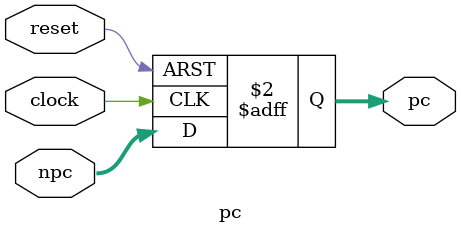
<source format=v>
module pc(pc,clock,reset,npc);

output reg [31:0] pc;
input clock;
input reset;
input [31:0] npc;

always@(posedge clock,negedge reset) 
begin
	if(reset) 
		pc<=npc;
	else
		pc<=32'h0000_3000;
end
endmodule
  
</source>
